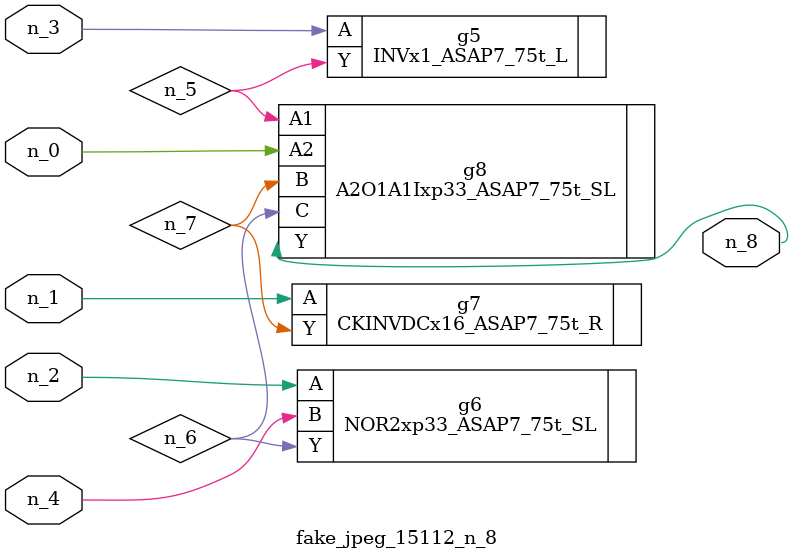
<source format=v>
module fake_jpeg_15112_n_8 (n_3, n_2, n_1, n_0, n_4, n_8);

input n_3;
input n_2;
input n_1;
input n_0;
input n_4;

output n_8;

wire n_6;
wire n_5;
wire n_7;

INVx1_ASAP7_75t_L g5 ( 
.A(n_3),
.Y(n_5)
);

NOR2xp33_ASAP7_75t_SL g6 ( 
.A(n_2),
.B(n_4),
.Y(n_6)
);

CKINVDCx16_ASAP7_75t_R g7 ( 
.A(n_1),
.Y(n_7)
);

A2O1A1Ixp33_ASAP7_75t_SL g8 ( 
.A1(n_5),
.A2(n_0),
.B(n_7),
.C(n_6),
.Y(n_8)
);


endmodule
</source>
